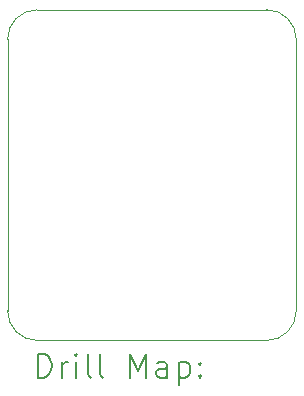
<source format=gbr>
%TF.GenerationSoftware,KiCad,Pcbnew,9.0.1-9.0.1-0~ubuntu24.04.1*%
%TF.CreationDate,2025-05-08T14:38:07+02:00*%
%TF.ProjectId,MP1584-5V,4d503135-3834-42d3-9556-2e6b69636164,rev?*%
%TF.SameCoordinates,Original*%
%TF.FileFunction,Drillmap*%
%TF.FilePolarity,Positive*%
%FSLAX45Y45*%
G04 Gerber Fmt 4.5, Leading zero omitted, Abs format (unit mm)*
G04 Created by KiCad (PCBNEW 9.0.1-9.0.1-0~ubuntu24.04.1) date 2025-05-08 14:38:07*
%MOMM*%
%LPD*%
G01*
G04 APERTURE LIST*
%ADD10C,0.050000*%
%ADD11C,0.200000*%
G04 APERTURE END LIST*
D10*
X15597500Y-10900000D02*
G75*
G02*
X15347500Y-10650000I0J250000D01*
G01*
X15347500Y-8350000D02*
G75*
G02*
X15597500Y-8100000I250000J0D01*
G01*
X17542000Y-8100000D02*
G75*
G02*
X17792000Y-8350000I0J-250000D01*
G01*
X15347500Y-10650000D02*
X15347500Y-8350000D01*
X17792000Y-10650000D02*
G75*
G02*
X17542000Y-10900000I-250000J0D01*
G01*
X15597500Y-8100000D02*
X17542000Y-8100000D01*
X17792000Y-8350000D02*
X17792000Y-10650000D01*
X17542000Y-10900000D02*
X15597500Y-10900000D01*
D11*
X15605777Y-11213984D02*
X15605777Y-11013984D01*
X15605777Y-11013984D02*
X15653396Y-11013984D01*
X15653396Y-11013984D02*
X15681967Y-11023508D01*
X15681967Y-11023508D02*
X15701015Y-11042555D01*
X15701015Y-11042555D02*
X15710539Y-11061603D01*
X15710539Y-11061603D02*
X15720062Y-11099698D01*
X15720062Y-11099698D02*
X15720062Y-11128270D01*
X15720062Y-11128270D02*
X15710539Y-11166365D01*
X15710539Y-11166365D02*
X15701015Y-11185412D01*
X15701015Y-11185412D02*
X15681967Y-11204460D01*
X15681967Y-11204460D02*
X15653396Y-11213984D01*
X15653396Y-11213984D02*
X15605777Y-11213984D01*
X15805777Y-11213984D02*
X15805777Y-11080650D01*
X15805777Y-11118746D02*
X15815301Y-11099698D01*
X15815301Y-11099698D02*
X15824824Y-11090174D01*
X15824824Y-11090174D02*
X15843872Y-11080650D01*
X15843872Y-11080650D02*
X15862920Y-11080650D01*
X15929586Y-11213984D02*
X15929586Y-11080650D01*
X15929586Y-11013984D02*
X15920062Y-11023508D01*
X15920062Y-11023508D02*
X15929586Y-11033031D01*
X15929586Y-11033031D02*
X15939110Y-11023508D01*
X15939110Y-11023508D02*
X15929586Y-11013984D01*
X15929586Y-11013984D02*
X15929586Y-11033031D01*
X16053396Y-11213984D02*
X16034348Y-11204460D01*
X16034348Y-11204460D02*
X16024824Y-11185412D01*
X16024824Y-11185412D02*
X16024824Y-11013984D01*
X16158158Y-11213984D02*
X16139110Y-11204460D01*
X16139110Y-11204460D02*
X16129586Y-11185412D01*
X16129586Y-11185412D02*
X16129586Y-11013984D01*
X16386729Y-11213984D02*
X16386729Y-11013984D01*
X16386729Y-11013984D02*
X16453396Y-11156841D01*
X16453396Y-11156841D02*
X16520062Y-11013984D01*
X16520062Y-11013984D02*
X16520062Y-11213984D01*
X16701015Y-11213984D02*
X16701015Y-11109222D01*
X16701015Y-11109222D02*
X16691491Y-11090174D01*
X16691491Y-11090174D02*
X16672443Y-11080650D01*
X16672443Y-11080650D02*
X16634348Y-11080650D01*
X16634348Y-11080650D02*
X16615301Y-11090174D01*
X16701015Y-11204460D02*
X16681967Y-11213984D01*
X16681967Y-11213984D02*
X16634348Y-11213984D01*
X16634348Y-11213984D02*
X16615301Y-11204460D01*
X16615301Y-11204460D02*
X16605777Y-11185412D01*
X16605777Y-11185412D02*
X16605777Y-11166365D01*
X16605777Y-11166365D02*
X16615301Y-11147317D01*
X16615301Y-11147317D02*
X16634348Y-11137793D01*
X16634348Y-11137793D02*
X16681967Y-11137793D01*
X16681967Y-11137793D02*
X16701015Y-11128270D01*
X16796253Y-11080650D02*
X16796253Y-11280650D01*
X16796253Y-11090174D02*
X16815301Y-11080650D01*
X16815301Y-11080650D02*
X16853396Y-11080650D01*
X16853396Y-11080650D02*
X16872444Y-11090174D01*
X16872444Y-11090174D02*
X16881967Y-11099698D01*
X16881967Y-11099698D02*
X16891491Y-11118746D01*
X16891491Y-11118746D02*
X16891491Y-11175889D01*
X16891491Y-11175889D02*
X16881967Y-11194936D01*
X16881967Y-11194936D02*
X16872444Y-11204460D01*
X16872444Y-11204460D02*
X16853396Y-11213984D01*
X16853396Y-11213984D02*
X16815301Y-11213984D01*
X16815301Y-11213984D02*
X16796253Y-11204460D01*
X16977205Y-11194936D02*
X16986729Y-11204460D01*
X16986729Y-11204460D02*
X16977205Y-11213984D01*
X16977205Y-11213984D02*
X16967682Y-11204460D01*
X16967682Y-11204460D02*
X16977205Y-11194936D01*
X16977205Y-11194936D02*
X16977205Y-11213984D01*
X16977205Y-11090174D02*
X16986729Y-11099698D01*
X16986729Y-11099698D02*
X16977205Y-11109222D01*
X16977205Y-11109222D02*
X16967682Y-11099698D01*
X16967682Y-11099698D02*
X16977205Y-11090174D01*
X16977205Y-11090174D02*
X16977205Y-11109222D01*
M02*

</source>
